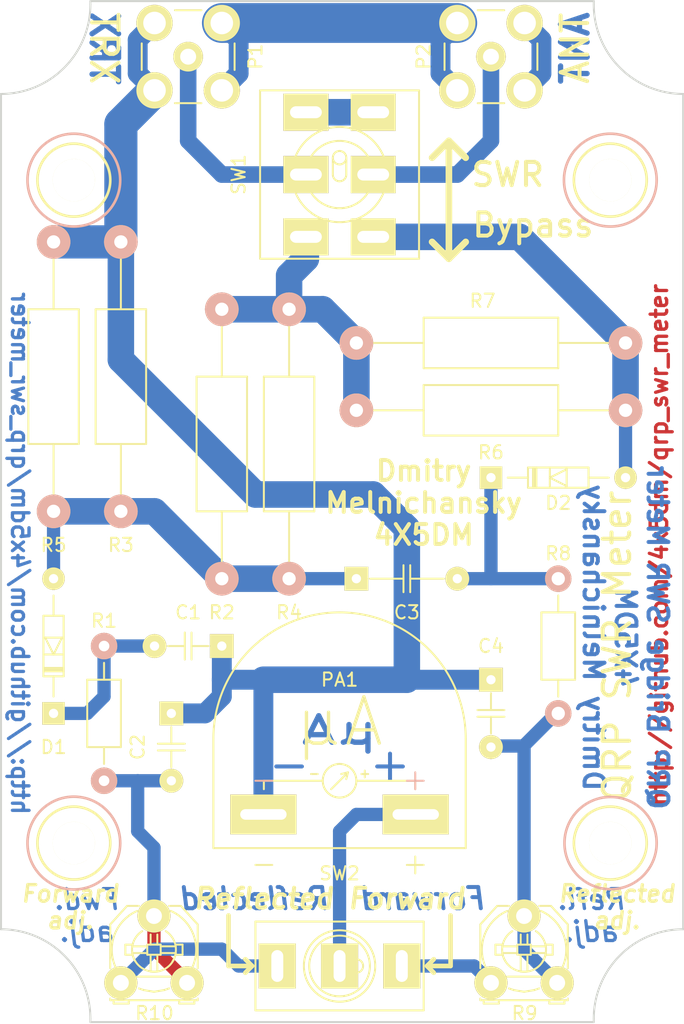
<source format=kicad_pcb>
(kicad_pcb (version 4) (host pcbnew 4.0.4-stable)

  (general
    (links 41)
    (no_connects 2)
    (area 117.874999 65.584999 169.525001 142.735001)
    (thickness 1.6)
    (drawings 86)
    (tracks 89)
    (zones 0)
    (modules 25)
    (nets 15)
  )

  (page A4)
  (title_block
    (title "QRP SWR Meter for Yaesu FT-817ND")
    (rev 1.0)
    (company 4X5DM)
  )

  (layers
    (0 F.Cu signal)
    (31 B.Cu signal)
    (32 B.Adhes user)
    (33 F.Adhes user)
    (34 B.Paste user)
    (35 F.Paste user)
    (36 B.SilkS user)
    (37 F.SilkS user)
    (38 B.Mask user)
    (39 F.Mask user)
    (40 Dwgs.User user)
    (41 Cmts.User user)
    (42 Eco1.User user)
    (43 Eco2.User user)
    (44 Edge.Cuts user)
    (45 Margin user)
    (46 B.CrtYd user)
    (47 F.CrtYd user)
    (48 B.Fab user)
    (49 F.Fab user)
  )

  (setup
    (last_trace_width 0.25)
    (user_trace_width 0.5)
    (user_trace_width 0.75)
    (user_trace_width 1)
    (user_trace_width 1.25)
    (user_trace_width 1.5)
    (user_trace_width 2)
    (user_trace_width 2.5)
    (user_trace_width 3)
    (trace_clearance 0.2)
    (zone_clearance 0.35)
    (zone_45_only yes)
    (trace_min 0.2)
    (segment_width 0.5)
    (edge_width 0.15)
    (via_size 0.6)
    (via_drill 0.4)
    (via_min_size 0.4)
    (via_min_drill 0.3)
    (user_via 0.4 0.3)
    (user_via 0.5 0.3)
    (uvia_size 0.3)
    (uvia_drill 0.1)
    (uvias_allowed no)
    (uvia_min_size 0.2)
    (uvia_min_drill 0.1)
    (pcb_text_width 0.25)
    (pcb_text_size 1.5 1.5)
    (mod_edge_width 0.15)
    (mod_text_size 1 1)
    (mod_text_width 0.15)
    (pad_size 3.2 3.2)
    (pad_drill 3.2)
    (pad_to_mask_clearance 0.2)
    (aux_axis_origin 0 0)
    (visible_elements 7FFFFFFF)
    (pcbplotparams
      (layerselection 0x010f0_80000001)
      (usegerberextensions false)
      (excludeedgelayer false)
      (linewidth 0.100000)
      (plotframeref false)
      (viasonmask false)
      (mode 1)
      (useauxorigin false)
      (hpglpennumber 1)
      (hpglpenspeed 20)
      (hpglpendiameter 15)
      (hpglpenoverlay 2)
      (psnegative false)
      (psa4output false)
      (plotreference true)
      (plotvalue false)
      (plotinvisibletext false)
      (padsonsilk true)
      (subtractmaskfromsilk false)
      (outputformat 1)
      (mirror false)
      (drillshape 0)
      (scaleselection 1)
      (outputdirectory gerbers))
  )

  (net 0 "")
  (net 1 GNDREF)
  (net 2 "Net-(C1-Pad2)")
  (net 3 "Net-(C2-Pad2)")
  (net 4 "Net-(C3-Pad1)")
  (net 5 "Net-(C4-Pad2)")
  (net 6 "Net-(P1-Pad1)")
  (net 7 "Net-(P2-Pad1)")
  (net 8 "Net-(SW1-Pad1)")
  (net 9 "Net-(PA1-Pad1)")
  (net 10 "Net-(R2-Pad1)")
  (net 11 "Net-(C3-Pad2)")
  (net 12 "Net-(D2-Pad2)")
  (net 13 "Net-(R9-Pad1)")
  (net 14 "Net-(R10-Pad1)")

  (net_class Default "This is the default net class."
    (clearance 0.2)
    (trace_width 0.25)
    (via_dia 0.6)
    (via_drill 0.4)
    (uvia_dia 0.3)
    (uvia_drill 0.1)
    (add_net GNDREF)
    (add_net "Net-(C1-Pad2)")
    (add_net "Net-(C2-Pad2)")
    (add_net "Net-(C3-Pad1)")
    (add_net "Net-(C3-Pad2)")
    (add_net "Net-(C4-Pad2)")
    (add_net "Net-(D2-Pad2)")
    (add_net "Net-(P1-Pad1)")
    (add_net "Net-(P2-Pad1)")
    (add_net "Net-(PA1-Pad1)")
    (add_net "Net-(R10-Pad1)")
    (add_net "Net-(R2-Pad1)")
    (add_net "Net-(R9-Pad1)")
    (add_net "Net-(SW1-Pad1)")
  )

  (module custom_kicad_footprints:Microampermeter (layer F.Cu) (tedit 57C70BA4) (tstamp 57ADED1D)
    (at 143.51 127)
    (path /57ADF987)
    (fp_text reference PA1 (at 0 -10.16) (layer F.SilkS)
      (effects (font (size 1 1) (thickness 0.15)))
    )
    (fp_text value "250uA, 1.2K" (at 0 -12.7) (layer F.Fab) hide
      (effects (font (size 1 1) (thickness 0.15)))
    )
    (fp_line (start 5.715 -3.175) (end 5.715 -1.905) (layer B.SilkS) (width 0.15))
    (fp_line (start 5.08 -2.54) (end 6.35 -2.54) (layer B.SilkS) (width 0.15))
    (fp_line (start -6.35 -2.54) (end -5.08 -2.54) (layer B.SilkS) (width 0.15))
    (fp_line (start -6.35 3.81) (end -5.08 3.81) (layer F.SilkS) (width 0.15))
    (fp_line (start 5.715 3.175) (end 5.715 4.445) (layer F.SilkS) (width 0.15))
    (fp_line (start 5.08 3.81) (end 6.35 3.81) (layer F.SilkS) (width 0.15))
    (fp_line (start -1.651 -3.048) (end -2.159 -3.048) (layer F.SilkS) (width 0.15))
    (fp_line (start 1.905 -3.302) (end 1.905 -2.794) (layer F.SilkS) (width 0.15))
    (fp_line (start 1.651 -3.048) (end 2.159 -3.048) (layer F.SilkS) (width 0.15))
    (fp_line (start -5.715 -2.54) (end -5.715 -1.905) (layer F.SilkS) (width 0.15))
    (fp_line (start -1.27 -2.54) (end -5.715 -2.54) (layer F.SilkS) (width 0.15))
    (fp_line (start 1.27 -2.54) (end 5.715 -2.54) (layer F.SilkS) (width 0.15))
    (fp_line (start 5.715 -2.54) (end 5.715 -1.905) (layer F.SilkS) (width 0.15))
    (fp_line (start 0.635 -3.175) (end 0.508 -2.667) (layer F.SilkS) (width 0.15))
    (fp_line (start 0.635 -3.175) (end 0.127 -3.048) (layer F.SilkS) (width 0.15))
    (fp_line (start -0.635 -1.905) (end 0.635 -3.175) (layer F.SilkS) (width 0.15))
    (fp_circle (center 0 -2.54) (end 1.27 -2.54) (layer F.SilkS) (width 0.15))
    (fp_line (start -20 5.08) (end -20 -35.08) (layer F.CrtYd) (width 0.15))
    (fp_line (start -20 -35.08) (end 20 -35.08) (layer F.CrtYd) (width 0.15))
    (fp_line (start 20 5.08) (end 20 -35.08) (layer F.CrtYd) (width 0.15))
    (fp_line (start -20 5.08) (end 20 5.08) (layer F.CrtYd) (width 0.15))
    (fp_line (start -9.525 2.54) (end -9.525 -5.715) (layer F.SilkS) (width 0.15))
    (fp_line (start 9.525 -5.715) (end 9.525 2.54) (layer F.SilkS) (width 0.15))
    (fp_arc (start 0 -5.715) (end -9.525 -5.715) (angle 90) (layer F.SilkS) (width 0.15))
    (fp_arc (start 0 -5.715) (end 0 -15.24) (angle 90) (layer F.SilkS) (width 0.15))
    (fp_line (start -9.525 2.54) (end 9.525 2.54) (layer F.SilkS) (width 0.15))
    (fp_text user μA (at 0 -6.985) (layer F.SilkS)
      (effects (font (size 3.5 3.5) (thickness 0.25)))
    )
    (pad 2 thru_hole rect (at -5.75 0) (size 5 3) (drill oval 3.5 0.8) (layers *.Cu *.Mask F.SilkS)
      (net 1 GNDREF))
    (pad 1 thru_hole rect (at 5.75 0) (size 5 3) (drill oval 3.5 0.8) (layers *.Cu *.Mask F.SilkS)
      (net 9 "Net-(PA1-Pad1)"))
  )

  (module Mounting_Holes:MountingHole_3.2mm_M3 locked (layer F.Cu) (tedit 57C45CE5) (tstamp 57C57873)
    (at 163.95 79.16)
    (descr "Mounting Hole 3.2mm, no annular, M3")
    (tags "mounting hole 3.2mm no annular m3")
    (fp_text reference MH3 (at 0 -4.2) (layer F.SilkS) hide
      (effects (font (size 1 1) (thickness 0.15)))
    )
    (fp_text value MH_3.2mm_M3 (at 0 4.2) (layer F.Fab) hide
      (effects (font (size 1 1) (thickness 0.15)))
    )
    (fp_circle (center 0 0) (end 3.2 0) (layer Cmts.User) (width 0.15))
    (fp_circle (center 0 0) (end 3.45 0) (layer F.CrtYd) (width 0.05))
    (pad 1 np_thru_hole circle (at 0 0) (size 3.2 3.2) (drill 3.2) (layers *.Cu *.Mask F.SilkS))
  )

  (module Mounting_Holes:MountingHole_3.2mm_M3 locked (layer F.Cu) (tedit 57C45CFE) (tstamp 57C57879)
    (at 123.45 79.16)
    (descr "Mounting Hole 3.2mm, no annular, M3")
    (tags "mounting hole 3.2mm no annular m3")
    (fp_text reference MH4 (at 0 -4.2) (layer F.SilkS) hide
      (effects (font (size 1 1) (thickness 0.15)))
    )
    (fp_text value MH_3.2mm_M3 (at 0 4.2) (layer F.Fab) hide
      (effects (font (size 1 1) (thickness 0.15)))
    )
    (fp_circle (center 0 0) (end 3.2 0) (layer Cmts.User) (width 0.15))
    (fp_circle (center 0 0) (end 3.45 0) (layer F.CrtYd) (width 0.05))
    (pad 1 np_thru_hole circle (at 0 0) (size 3.2 3.2) (drill 3.2) (layers *.Cu *.Mask F.SilkS))
  )

  (module Mounting_Holes:MountingHole_3.2mm_M3 locked (layer F.Cu) (tedit 57C45CC1) (tstamp 57C5786C)
    (at 123.45 129.16)
    (descr "Mounting Hole 3.2mm, no annular, M3")
    (tags "mounting hole 3.2mm no annular m3")
    (fp_text reference MH1 (at 0 -4.2) (layer F.SilkS) hide
      (effects (font (size 1 1) (thickness 0.15)))
    )
    (fp_text value MH_3.2mm_M3 (at 0 4.2) (layer F.Fab) hide
      (effects (font (size 1 1) (thickness 0.15)))
    )
    (fp_circle (center 0 0) (end 3.2 0) (layer Cmts.User) (width 0.15))
    (fp_circle (center 0 0) (end 3.45 0) (layer F.CrtYd) (width 0.05))
    (pad 1 np_thru_hole circle (at 0 0) (size 3.2 3.2) (drill 3.2) (layers *.Cu *.Mask F.SilkS))
  )

  (module Resistors_ThroughHole:Resistor_Horizontal_RM10mm (layer F.Cu) (tedit 57BDDD04) (tstamp 57A9FB5F)
    (at 125.73 114.3 270)
    (descr "Resistor, Axial,  RM 10mm, 1/3W")
    (tags "Resistor Axial RM 10mm 1/3W")
    (path /57A5006B)
    (fp_text reference R1 (at -1.905 0 360) (layer F.SilkS)
      (effects (font (size 1 1) (thickness 0.15)))
    )
    (fp_text value 10K (at 5.08 0 270) (layer F.Fab)
      (effects (font (size 1 1) (thickness 0.15)))
    )
    (fp_line (start -1.25 -1.5) (end 11.4 -1.5) (layer F.CrtYd) (width 0.05))
    (fp_line (start -1.25 1.5) (end -1.25 -1.5) (layer F.CrtYd) (width 0.05))
    (fp_line (start 11.4 -1.5) (end 11.4 1.5) (layer F.CrtYd) (width 0.05))
    (fp_line (start -1.25 1.5) (end 11.4 1.5) (layer F.CrtYd) (width 0.05))
    (fp_line (start 2.54 -1.27) (end 7.62 -1.27) (layer F.SilkS) (width 0.15))
    (fp_line (start 7.62 -1.27) (end 7.62 1.27) (layer F.SilkS) (width 0.15))
    (fp_line (start 7.62 1.27) (end 2.54 1.27) (layer F.SilkS) (width 0.15))
    (fp_line (start 2.54 1.27) (end 2.54 -1.27) (layer F.SilkS) (width 0.15))
    (fp_line (start 2.54 0) (end 1.27 0) (layer F.SilkS) (width 0.15))
    (fp_line (start 7.62 0) (end 8.89 0) (layer F.SilkS) (width 0.15))
    (pad 1 thru_hole circle (at 0 0 270) (size 2 2) (drill 0.8) (layers *.Cu *.SilkS *.Mask)
      (net 2 "Net-(C1-Pad2)"))
    (pad 2 thru_hole circle (at 10.16 0 270) (size 2 2) (drill 0.8) (layers *.Cu *.SilkS *.Mask)
      (net 3 "Net-(C2-Pad2)"))
    (model Resistors_ThroughHole.3dshapes/Resistor_Horizontal_RM10mm.wrl
      (at (xyz 0.2 0 0))
      (scale (xyz 0.4 0.4 0.4))
      (rotate (xyz 0 0 0))
    )
  )

  (module Resistors_ThroughHole:Resistor_Horizontal_RM10mm (layer F.Cu) (tedit 57BDDB68) (tstamp 57C28D8A)
    (at 160.02 109.22 270)
    (descr "Resistor, Axial,  RM 10mm, 1/3W")
    (tags "Resistor Axial RM 10mm 1/3W")
    (path /57A4FFD9)
    (fp_text reference R8 (at -1.905 0 360) (layer F.SilkS)
      (effects (font (size 1 1) (thickness 0.15)))
    )
    (fp_text value 10K (at 5.08 0 270) (layer F.Fab)
      (effects (font (size 1 1) (thickness 0.15)))
    )
    (fp_line (start -1.25 -1.5) (end 11.4 -1.5) (layer F.CrtYd) (width 0.05))
    (fp_line (start -1.25 1.5) (end -1.25 -1.5) (layer F.CrtYd) (width 0.05))
    (fp_line (start 11.4 -1.5) (end 11.4 1.5) (layer F.CrtYd) (width 0.05))
    (fp_line (start -1.25 1.5) (end 11.4 1.5) (layer F.CrtYd) (width 0.05))
    (fp_line (start 2.54 -1.27) (end 7.62 -1.27) (layer F.SilkS) (width 0.15))
    (fp_line (start 7.62 -1.27) (end 7.62 1.27) (layer F.SilkS) (width 0.15))
    (fp_line (start 7.62 1.27) (end 2.54 1.27) (layer F.SilkS) (width 0.15))
    (fp_line (start 2.54 1.27) (end 2.54 -1.27) (layer F.SilkS) (width 0.15))
    (fp_line (start 2.54 0) (end 1.27 0) (layer F.SilkS) (width 0.15))
    (fp_line (start 7.62 0) (end 8.89 0) (layer F.SilkS) (width 0.15))
    (pad 1 thru_hole circle (at 0 0 270) (size 1.99898 1.99898) (drill 1.00076) (layers *.Cu *.SilkS *.Mask)
      (net 11 "Net-(C3-Pad2)"))
    (pad 2 thru_hole circle (at 10.16 0 270) (size 1.99898 1.99898) (drill 1.00076) (layers *.Cu *.SilkS *.Mask)
      (net 5 "Net-(C4-Pad2)"))
    (model Resistors_ThroughHole.3dshapes/Resistor_Horizontal_RM10mm.wrl
      (at (xyz 0.2 0 0))
      (scale (xyz 0.4 0.4 0.4))
      (rotate (xyz 0 0 0))
    )
  )

  (module Potentiometers:Potentiometer_Triwood_RM-065 (layer F.Cu) (tedit 57C715F9) (tstamp 57C60541)
    (at 154.94 139.7)
    (descr "Potentiometer, Trimmer, RM-065")
    (tags "Potentiometer, Trimmer, RM-065")
    (path /57BDC1B7)
    (fp_text reference R9 (at 2.54 2.286 180) (layer F.SilkS)
      (effects (font (size 1 1) (thickness 0.15)))
    )
    (fp_text value 47K (at 2.54 1.905) (layer F.Fab)
      (effects (font (size 1 1) (thickness 0.15)))
    )
    (fp_line (start 2.24536 -2.88036) (end 2.24536 -3.64236) (layer F.SilkS) (width 0.15))
    (fp_line (start 2.75336 -2.88036) (end 2.75336 -3.64236) (layer F.SilkS) (width 0.15))
    (fp_arc (start 2.49936 -2.49936) (end 4.15036 -2.24536) (angle 90) (layer F.SilkS) (width 0.15))
    (fp_arc (start 2.49936 -2.49936) (end 2.62636 -0.84836) (angle 90) (layer F.SilkS) (width 0.15))
    (fp_arc (start 2.49936 -2.49936) (end 3.38836 -3.89636) (angle 90) (layer F.SilkS) (width 0.15))
    (fp_arc (start 2.49936 -2.49936) (end 1.10236 -1.61036) (angle 90) (layer F.SilkS) (width 0.15))
    (fp_line (start -0.80264 1.31064) (end -0.80264 1.18364) (layer F.SilkS) (width 0.15))
    (fp_line (start -0.80264 -2.49936) (end -0.80264 -1.10236) (layer F.SilkS) (width 0.15))
    (fp_line (start 5.80136 1.31064) (end 5.80136 1.18364) (layer F.SilkS) (width 0.15))
    (fp_line (start 5.80136 -2.49936) (end 5.80136 -1.10236) (layer F.SilkS) (width 0.15))
    (fp_line (start 1.35636 0.42164) (end 1.73736 0.54864) (layer F.SilkS) (width 0.15))
    (fp_line (start 1.73736 0.54864) (end 2.49936 0.67564) (layer F.SilkS) (width 0.15))
    (fp_line (start 2.49936 0.67564) (end 3.26136 0.54864) (layer F.SilkS) (width 0.15))
    (fp_line (start 3.26136 0.54864) (end 3.64236 0.42164) (layer F.SilkS) (width 0.15))
    (fp_line (start 1.22936 -0.46736) (end 3.76936 -0.46736) (layer F.SilkS) (width 0.15))
    (fp_arc (start 2.49936 -2.49936) (end 3.76936 -5.42036) (angle 90) (layer F.SilkS) (width 0.15))
    (fp_arc (start 2.49936 -2.49936) (end -0.42164 -1.22936) (angle 90) (layer F.SilkS) (width 0.15))
    (fp_line (start 4.53136 -5.80136) (end 3.64236 -5.80136) (layer F.SilkS) (width 0.15))
    (fp_line (start 1.35636 -5.80136) (end 0.46736 -5.80136) (layer F.SilkS) (width 0.15))
    (fp_line (start 4.15036 -2.88036) (end 4.65836 -2.88036) (layer F.SilkS) (width 0.15))
    (fp_line (start 4.65836 -2.88036) (end 4.65836 -2.11836) (layer F.SilkS) (width 0.15))
    (fp_line (start 4.65836 -2.11836) (end 4.15036 -2.11836) (layer F.SilkS) (width 0.15))
    (fp_line (start 0.84836 -2.88036) (end 0.34036 -2.88036) (layer F.SilkS) (width 0.15))
    (fp_line (start 0.34036 -2.88036) (end 0.34036 -2.11836) (layer F.SilkS) (width 0.15))
    (fp_line (start 0.34036 -2.11836) (end 0.84836 -2.11836) (layer F.SilkS) (width 0.15))
    (fp_line (start 3.00736 -2.24536) (end 4.15036 -2.24536) (layer F.SilkS) (width 0.15))
    (fp_line (start 3.00736 -2.75336) (end 4.15036 -2.75336) (layer F.SilkS) (width 0.15))
    (fp_line (start 1.99136 -2.24536) (end 0.84836 -2.24536) (layer F.SilkS) (width 0.15))
    (fp_line (start 1.99136 -2.75336) (end 0.84836 -2.75336) (layer F.SilkS) (width 0.15))
    (fp_line (start 2.75336 -2.11836) (end 2.75336 -0.84836) (layer F.SilkS) (width 0.15))
    (fp_line (start 2.24536 -2.11836) (end 2.24536 -0.84836) (layer F.SilkS) (width 0.15))
    (fp_line (start 1.99136 -2.88036) (end 1.99136 -2.11836) (layer F.SilkS) (width 0.15))
    (fp_line (start 1.99136 -2.11836) (end 3.00736 -2.11836) (layer F.SilkS) (width 0.15))
    (fp_line (start 3.00736 -2.11836) (end 3.00736 -2.88036) (layer F.SilkS) (width 0.15))
    (fp_line (start 3.00736 -2.88036) (end 1.99136 -2.88036) (layer F.SilkS) (width 0.15))
    (fp_line (start 0.46736 -5.80136) (end -0.80264 -4.40436) (layer F.SilkS) (width 0.15))
    (fp_line (start -0.80264 -4.40436) (end -0.80264 -2.49936) (layer F.SilkS) (width 0.15))
    (fp_line (start 4.53136 -5.80136) (end 5.80136 -4.40436) (layer F.SilkS) (width 0.15))
    (fp_line (start 5.80136 -4.40436) (end 5.80136 -2.49936) (layer F.SilkS) (width 0.15))
    (fp_line (start 5.54736 1.31064) (end 5.54736 1.56464) (layer F.SilkS) (width 0.15))
    (fp_line (start 5.54736 1.56464) (end 4.40436 1.56464) (layer F.SilkS) (width 0.15))
    (fp_line (start 4.40436 1.56464) (end 4.40436 1.31064) (layer F.SilkS) (width 0.15))
    (fp_line (start -0.54864 1.31064) (end -0.54864 1.56464) (layer F.SilkS) (width 0.15))
    (fp_line (start -0.54864 1.56464) (end 0.59436 1.56464) (layer F.SilkS) (width 0.15))
    (fp_line (start 0.59436 1.56464) (end 0.59436 1.31064) (layer F.SilkS) (width 0.15))
    (fp_line (start -0.80264 1.31064) (end 5.80136 1.31064) (layer F.SilkS) (width 0.15))
    (pad 2 thru_hole circle (at 2.49936 -5.03936) (size 2.49936 2.49936) (drill 1.19888) (layers *.Cu *.Mask F.SilkS)
      (net 5 "Net-(C4-Pad2)"))
    (pad 3 thru_hole circle (at 4.99872 0) (size 2.49936 2.49936) (drill 1.19888) (layers *.Cu *.Mask F.SilkS)
      (net 5 "Net-(C4-Pad2)"))
    (pad 1 thru_hole circle (at 0 0) (size 2.49936 2.49936) (drill 1.19888) (layers *.Cu *.Mask F.SilkS)
      (net 13 "Net-(R9-Pad1)"))
    (model Potentiometers.3dshapes/Potentiometer_Triwood_RM-065.wrl
      (at (xyz 0 0 0))
      (scale (xyz 4 4 4))
      (rotate (xyz 0 0 0))
    )
  )

  (module Potentiometers:Potentiometer_Triwood_RM-065 (layer F.Cu) (tedit 57C71607) (tstamp 57C60575)
    (at 127 139.7)
    (descr "Potentiometer, Trimmer, RM-065")
    (tags "Potentiometer, Trimmer, RM-065")
    (path /57BDC276)
    (fp_text reference R10 (at 2.54 2.286 180) (layer F.SilkS)
      (effects (font (size 1 1) (thickness 0.15)))
    )
    (fp_text value 47K (at 2.54 1.905) (layer F.Fab)
      (effects (font (size 1 1) (thickness 0.15)))
    )
    (fp_line (start 2.24536 -2.88036) (end 2.24536 -3.64236) (layer F.SilkS) (width 0.15))
    (fp_line (start 2.75336 -2.88036) (end 2.75336 -3.64236) (layer F.SilkS) (width 0.15))
    (fp_arc (start 2.49936 -2.49936) (end 4.15036 -2.24536) (angle 90) (layer F.SilkS) (width 0.15))
    (fp_arc (start 2.49936 -2.49936) (end 2.62636 -0.84836) (angle 90) (layer F.SilkS) (width 0.15))
    (fp_arc (start 2.49936 -2.49936) (end 3.38836 -3.89636) (angle 90) (layer F.SilkS) (width 0.15))
    (fp_arc (start 2.49936 -2.49936) (end 1.10236 -1.61036) (angle 90) (layer F.SilkS) (width 0.15))
    (fp_line (start -0.80264 1.31064) (end -0.80264 1.18364) (layer F.SilkS) (width 0.15))
    (fp_line (start -0.80264 -2.49936) (end -0.80264 -1.10236) (layer F.SilkS) (width 0.15))
    (fp_line (start 5.80136 1.31064) (end 5.80136 1.18364) (layer F.SilkS) (width 0.15))
    (fp_line (start 5.80136 -2.49936) (end 5.80136 -1.10236) (layer F.SilkS) (width 0.15))
    (fp_line (start 1.35636 0.42164) (end 1.73736 0.54864) (layer F.SilkS) (width 0.15))
    (fp_line (start 1.73736 0.54864) (end 2.49936 0.67564) (layer F.SilkS) (width 0.15))
    (fp_line (start 2.49936 0.67564) (end 3.26136 0.54864) (layer F.SilkS) (width 0.15))
    (fp_line (start 3.26136 0.54864) (end 3.64236 0.42164) (layer F.SilkS) (width 0.15))
    (fp_line (start 1.22936 -0.46736) (end 3.76936 -0.46736) (layer F.SilkS) (width 0.15))
    (fp_arc (start 2.49936 -2.49936) (end 3.76936 -5.42036) (angle 90) (layer F.SilkS) (width 0.15))
    (fp_arc (start 2.49936 -2.49936) (end -0.42164 -1.22936) (angle 90) (layer F.SilkS) (width 0.15))
    (fp_line (start 4.53136 -5.80136) (end 3.64236 -5.80136) (layer F.SilkS) (width 0.15))
    (fp_line (start 1.35636 -5.80136) (end 0.46736 -5.80136) (layer F.SilkS) (width 0.15))
    (fp_line (start 4.15036 -2.88036) (end 4.65836 -2.88036) (layer F.SilkS) (width 0.15))
    (fp_line (start 4.65836 -2.88036) (end 4.65836 -2.11836) (layer F.SilkS) (width 0.15))
    (fp_line (start 4.65836 -2.11836) (end 4.15036 -2.11836) (layer F.SilkS) (width 0.15))
    (fp_line (start 0.84836 -2.88036) (end 0.34036 -2.88036) (layer F.SilkS) (width 0.15))
    (fp_line (start 0.34036 -2.88036) (end 0.34036 -2.11836) (layer F.SilkS) (width 0.15))
    (fp_line (start 0.34036 -2.11836) (end 0.84836 -2.11836) (layer F.SilkS) (width 0.15))
    (fp_line (start 3.00736 -2.24536) (end 4.15036 -2.24536) (layer F.SilkS) (width 0.15))
    (fp_line (start 3.00736 -2.75336) (end 4.15036 -2.75336) (layer F.SilkS) (width 0.15))
    (fp_line (start 1.99136 -2.24536) (end 0.84836 -2.24536) (layer F.SilkS) (width 0.15))
    (fp_line (start 1.99136 -2.75336) (end 0.84836 -2.75336) (layer F.SilkS) (width 0.15))
    (fp_line (start 2.75336 -2.11836) (end 2.75336 -0.84836) (layer F.SilkS) (width 0.15))
    (fp_line (start 2.24536 -2.11836) (end 2.24536 -0.84836) (layer F.SilkS) (width 0.15))
    (fp_line (start 1.99136 -2.88036) (end 1.99136 -2.11836) (layer F.SilkS) (width 0.15))
    (fp_line (start 1.99136 -2.11836) (end 3.00736 -2.11836) (layer F.SilkS) (width 0.15))
    (fp_line (start 3.00736 -2.11836) (end 3.00736 -2.88036) (layer F.SilkS) (width 0.15))
    (fp_line (start 3.00736 -2.88036) (end 1.99136 -2.88036) (layer F.SilkS) (width 0.15))
    (fp_line (start 0.46736 -5.80136) (end -0.80264 -4.40436) (layer F.SilkS) (width 0.15))
    (fp_line (start -0.80264 -4.40436) (end -0.80264 -2.49936) (layer F.SilkS) (width 0.15))
    (fp_line (start 4.53136 -5.80136) (end 5.80136 -4.40436) (layer F.SilkS) (width 0.15))
    (fp_line (start 5.80136 -4.40436) (end 5.80136 -2.49936) (layer F.SilkS) (width 0.15))
    (fp_line (start 5.54736 1.31064) (end 5.54736 1.56464) (layer F.SilkS) (width 0.15))
    (fp_line (start 5.54736 1.56464) (end 4.40436 1.56464) (layer F.SilkS) (width 0.15))
    (fp_line (start 4.40436 1.56464) (end 4.40436 1.31064) (layer F.SilkS) (width 0.15))
    (fp_line (start -0.54864 1.31064) (end -0.54864 1.56464) (layer F.SilkS) (width 0.15))
    (fp_line (start -0.54864 1.56464) (end 0.59436 1.56464) (layer F.SilkS) (width 0.15))
    (fp_line (start 0.59436 1.56464) (end 0.59436 1.31064) (layer F.SilkS) (width 0.15))
    (fp_line (start -0.80264 1.31064) (end 5.80136 1.31064) (layer F.SilkS) (width 0.15))
    (pad 2 thru_hole circle (at 2.49936 -5.03936) (size 2.49936 2.49936) (drill 1.19888) (layers *.Cu *.Mask F.SilkS)
      (net 3 "Net-(C2-Pad2)"))
    (pad 3 thru_hole circle (at 4.99872 0) (size 2.49936 2.49936) (drill 1.19888) (layers *.Cu *.Mask F.SilkS)
      (net 3 "Net-(C2-Pad2)"))
    (pad 1 thru_hole circle (at 0 0) (size 2.49936 2.49936) (drill 1.19888) (layers *.Cu *.Mask F.SilkS)
      (net 14 "Net-(R10-Pad1)"))
    (model Potentiometers.3dshapes/Potentiometer_Triwood_RM-065.wrl
      (at (xyz 0 0 0))
      (scale (xyz 4 4 4))
      (rotate (xyz 0 0 0))
    )
  )

  (module Connect:SMB_Straight (layer F.Cu) (tedit 57C70AA3) (tstamp 57C3239F)
    (at 132.08 69.85 270)
    (descr "SMB pcb mounting jack")
    (tags "SMB Jack  Striaght")
    (path /57A53196)
    (fp_text reference P1 (at 0 -5.08 450) (layer F.SilkS)
      (effects (font (size 1 1) (thickness 0.15)))
    )
    (fp_text value BNC (at 0.25 0 270) (layer F.Fab)
      (effects (font (size 1 1) (thickness 0.15)))
    )
    (fp_line (start -4.25 -4.25) (end 4.25 -4.25) (layer B.CrtYd) (width 0.05))
    (fp_line (start 4.25 -4.25) (end 4.25 4.25) (layer B.CrtYd) (width 0.05))
    (fp_line (start 4.25 4.25) (end -4.25 4.25) (layer B.CrtYd) (width 0.05))
    (fp_line (start -4.25 4.25) (end -4.25 -4.25) (layer B.CrtYd) (width 0.05))
    (fp_line (start 4.25 4.25) (end -4.25 4.25) (layer F.CrtYd) (width 0.05))
    (fp_line (start -4.25 4.25) (end -4.25 -4.25) (layer F.CrtYd) (width 0.05))
    (fp_line (start 4.25 -4.25) (end 4.25 4.25) (layer F.CrtYd) (width 0.05))
    (fp_line (start -4.25 -4.25) (end 4.25 -4.25) (layer F.CrtYd) (width 0.05))
    (fp_line (start -1 -3.5052) (end 1 -3.5052) (layer F.SilkS) (width 0.15))
    (fp_line (start 3.5052 -1) (end 3.5052 1) (layer F.SilkS) (width 0.15))
    (fp_line (start 1 3.5052) (end -1 3.5052) (layer F.SilkS) (width 0.15))
    (fp_line (start -3.5052 1) (end -3.5052 -1) (layer F.SilkS) (width 0.15))
    (pad 2 thru_hole circle (at -2.54 2.54 270) (size 2.74 2.74) (drill 1.7) (layers *.Cu *.Mask F.SilkS)
      (net 1 GNDREF))
    (pad 2 thru_hole circle (at 2.54 2.54 270) (size 2.74 2.74) (drill 1.7) (layers *.Cu *.Mask F.SilkS)
      (net 1 GNDREF))
    (pad 2 thru_hole circle (at 2.54 -2.54 270) (size 2.74 2.74) (drill 1.7) (layers *.Cu *.Mask F.SilkS)
      (net 1 GNDREF))
    (pad 2 thru_hole circle (at -2.54 -2.54 270) (size 2.74 2.74) (drill 1.7) (layers *.Cu *.Mask F.SilkS)
      (net 1 GNDREF))
    (pad 1 thru_hole circle (at 0 0 270) (size 2.24 2.24) (drill 1.2) (layers *.Cu *.Mask F.SilkS)
      (net 6 "Net-(P1-Pad1)"))
    (model Connect.3dshapes/SMB_Straight.wrl
      (at (xyz 0 0 0))
      (scale (xyz 1 1 1))
      (rotate (xyz 0 0 0))
    )
  )

  (module Mounting_Holes:MountingHole_3.2mm_M3 locked (layer F.Cu) (tedit 57C45CC9) (tstamp 57C5784C)
    (at 163.95 129.16)
    (descr "Mounting Hole 3.2mm, no annular, M3")
    (tags "mounting hole 3.2mm no annular m3")
    (fp_text reference MH2 (at 0 -4.2) (layer F.SilkS) hide
      (effects (font (size 1 1) (thickness 0.15)))
    )
    (fp_text value MH_3.2mm_M3 (at 0 4.2) (layer F.Fab) hide
      (effects (font (size 1 1) (thickness 0.15)))
    )
    (fp_circle (center 0 0) (end 3.2 0) (layer Cmts.User) (width 0.15))
    (fp_circle (center 0 0) (end 3.45 0) (layer F.CrtYd) (width 0.05))
    (pad 1 np_thru_hole circle (at 0 0) (size 3.2 3.2) (drill 3.2) (layers *.Cu *.Mask F.SilkS))
  )

  (module Connect:SMB_Straight (layer F.Cu) (tedit 57C70AA8) (tstamp 57C46815)
    (at 154.94 69.85 270)
    (descr "SMB pcb mounting jack")
    (tags "SMB Jack  Striaght")
    (path /57A525C8)
    (fp_text reference P2 (at 0 5.08 450) (layer F.SilkS)
      (effects (font (size 1 1) (thickness 0.15)))
    )
    (fp_text value BNC (at 0.25 0 270) (layer F.Fab)
      (effects (font (size 1 1) (thickness 0.15)))
    )
    (fp_line (start -4.25 -4.25) (end 4.25 -4.25) (layer B.CrtYd) (width 0.05))
    (fp_line (start 4.25 -4.25) (end 4.25 4.25) (layer B.CrtYd) (width 0.05))
    (fp_line (start 4.25 4.25) (end -4.25 4.25) (layer B.CrtYd) (width 0.05))
    (fp_line (start -4.25 4.25) (end -4.25 -4.25) (layer B.CrtYd) (width 0.05))
    (fp_line (start 4.25 4.25) (end -4.25 4.25) (layer F.CrtYd) (width 0.05))
    (fp_line (start -4.25 4.25) (end -4.25 -4.25) (layer F.CrtYd) (width 0.05))
    (fp_line (start 4.25 -4.25) (end 4.25 4.25) (layer F.CrtYd) (width 0.05))
    (fp_line (start -4.25 -4.25) (end 4.25 -4.25) (layer F.CrtYd) (width 0.05))
    (fp_line (start -1 -3.5052) (end 1 -3.5052) (layer F.SilkS) (width 0.15))
    (fp_line (start 3.5052 -1) (end 3.5052 1) (layer F.SilkS) (width 0.15))
    (fp_line (start 1 3.5052) (end -1 3.5052) (layer F.SilkS) (width 0.15))
    (fp_line (start -3.5052 1) (end -3.5052 -1) (layer F.SilkS) (width 0.15))
    (pad 2 thru_hole circle (at -2.54 2.54 270) (size 2.74 2.74) (drill 1.7) (layers *.Cu *.Mask F.SilkS)
      (net 1 GNDREF))
    (pad 2 thru_hole circle (at 2.54 2.54 270) (size 2.74 2.74) (drill 1.7) (layers *.Cu *.Mask F.SilkS)
      (net 1 GNDREF))
    (pad 2 thru_hole circle (at 2.54 -2.54 270) (size 2.74 2.74) (drill 1.7) (layers *.Cu *.Mask F.SilkS)
      (net 1 GNDREF))
    (pad 2 thru_hole circle (at -2.54 -2.54 270) (size 2.74 2.74) (drill 1.7) (layers *.Cu *.Mask F.SilkS)
      (net 1 GNDREF))
    (pad 1 thru_hole circle (at 0 0 270) (size 2.24 2.24) (drill 1.2) (layers *.Cu *.Mask F.SilkS)
      (net 7 "Net-(P2-Pad1)"))
    (model Connect.3dshapes/SMB_Straight.wrl
      (at (xyz 0 0 0))
      (scale (xyz 1 1 1))
      (rotate (xyz 0 0 0))
    )
  )

  (module custom_kicad_footprints:Tumbler_SW (layer F.Cu) (tedit 57C71A0F) (tstamp 57C5AEAA)
    (at 143.51 138.43 180)
    (descr "Tumbler Switch x2")
    (tags "SWITCH DEV TOGGLE ILLUM SPDT")
    (path /57ADF93C)
    (fp_text reference SW2 (at 0 6.985 360) (layer F.SilkS)
      (effects (font (size 1 1) (thickness 0.15)))
    )
    (fp_text value "2 pos. switch" (at 0 -2.54 180) (layer F.Fab) hide
      (effects (font (size 1 1) (thickness 0.15)))
    )
    (fp_circle (center 0 0) (end 1.905 1.905) (layer F.SilkS) (width 0.15))
    (fp_circle (center 0 0) (end 1.905 1.27) (layer F.SilkS) (width 0.15))
    (fp_line (start 6.35 -3.35) (end 6.35 3.35) (layer F.SilkS) (width 0.15))
    (fp_line (start 6.35 3.35) (end -6.35 3.35) (layer F.SilkS) (width 0.15))
    (fp_line (start -6.35 3.35) (end -6.35 -3.35) (layer F.SilkS) (width 0.15))
    (fp_line (start -6.35 -3.35) (end 6.35 -3.35) (layer F.SilkS) (width 0.15))
    (fp_circle (center -1.27 0) (end -1.778 0) (layer F.SilkS) (width 0.15))
    (fp_line (start 0 0.508) (end -1.27 0.508) (layer F.SilkS) (width 0.15))
    (fp_line (start -1.27 -0.508) (end 0 -0.508) (layer F.SilkS) (width 0.15))
    (fp_arc (start 0 0) (end 0 -0.508) (angle 90) (layer F.SilkS) (width 0.15))
    (fp_arc (start 0 0) (end 0.508 0) (angle 90) (layer F.SilkS) (width 0.15))
    (pad 1 thru_hole rect (at -4.7 0 180) (size 2.8 3.4) (drill oval 0.9 2.4) (layers *.Cu *.Mask F.SilkS)
      (net 13 "Net-(R9-Pad1)"))
    (pad 2 thru_hole rect (at 0 0 180) (size 2.8 3.4) (drill oval 0.9 2.4) (layers *.Cu *.Mask F.SilkS)
      (net 9 "Net-(PA1-Pad1)"))
    (pad 3 thru_hole rect (at 4.7 0 180) (size 2.8 3.4) (drill oval 0.9 2.4) (layers *.Cu *.Mask F.SilkS)
      (net 14 "Net-(R10-Pad1)"))
    (model Buttons_Switches_ThroughHole.3dshapes/SW_NKK_G1xJP.wrl
      (at (xyz 0 0 0))
      (scale (xyz 0.63 0.44 0.55))
      (rotate (xyz 0 0 0))
    )
  )

  (module custom_kicad_footprints:Tumbler_SW_x2 (layer F.Cu) (tedit 57C5A983) (tstamp 57ADED1E)
    (at 143.51 78.74 270)
    (descr "Tumbler Switch x2")
    (tags "SWITCH DEV TOGGLE ILLUM SPDT")
    (path /57A4EDF0)
    (fp_text reference SW1 (at 0 7.62 270) (layer F.SilkS)
      (effects (font (size 1 1) (thickness 0.15)))
    )
    (fp_text value "Double switch" (at 0 -7.62 270) (layer F.Fab)
      (effects (font (size 1 1) (thickness 0.15)))
    )
    (fp_circle (center 0 0) (end 2.54 -2.54) (layer F.SilkS) (width 0.15))
    (fp_line (start 6.35 -6) (end 6.35 6) (layer F.SilkS) (width 0.15))
    (fp_line (start 6.35 6) (end -6.35 6) (layer F.SilkS) (width 0.15))
    (fp_line (start -6.35 6) (end -6.35 -6) (layer F.SilkS) (width 0.15))
    (fp_line (start -6.35 -6) (end 6.35 -6) (layer F.SilkS) (width 0.15))
    (fp_circle (center 0 0) (end 2.54 0) (layer F.SilkS) (width 0.15))
    (fp_circle (center -1.27 0) (end -1.778 0) (layer F.SilkS) (width 0.15))
    (fp_line (start 0 0.508) (end -1.27 0.508) (layer F.SilkS) (width 0.15))
    (fp_line (start -1.27 -0.508) (end 0 -0.508) (layer F.SilkS) (width 0.15))
    (fp_arc (start 0 0) (end 0 -0.508) (angle 90) (layer F.SilkS) (width 0.15))
    (fp_arc (start 0 0) (end 0.508 0) (angle 90) (layer F.SilkS) (width 0.15))
    (pad 1 thru_hole rect (at -4.7 2.54 270) (size 2.8 3.4) (drill oval 0.9 2.4) (layers *.Cu *.Mask F.SilkS)
      (net 8 "Net-(SW1-Pad1)"))
    (pad 2 thru_hole rect (at 0 2.54 270) (size 2.8 3.4) (drill oval 0.9 2.4) (layers *.Cu *.Mask F.SilkS)
      (net 6 "Net-(P1-Pad1)"))
    (pad 3 thru_hole rect (at 4.7 2.54 270) (size 2.8 3.4) (drill oval 0.9 2.4) (layers *.Cu *.Mask F.SilkS)
      (net 10 "Net-(R2-Pad1)"))
    (pad 4 thru_hole rect (at -4.7 -2.54 270) (size 2.8 3.4) (drill oval 0.9 2.4) (layers *.Cu *.Mask F.SilkS)
      (net 8 "Net-(SW1-Pad1)"))
    (pad 5 thru_hole rect (at 0 -2.54 270) (size 2.8 3.4) (drill oval 0.9 2.4) (layers *.Cu *.Mask F.SilkS)
      (net 7 "Net-(P2-Pad1)"))
    (pad 6 thru_hole rect (at 4.7 -2.54 270) (size 2.8 3.4) (drill oval 0.9 2.4) (layers *.Cu *.Mask F.SilkS)
      (net 12 "Net-(D2-Pad2)"))
    (model Buttons_Switches_ThroughHole.3dshapes/SW_NKK_G1xJP.wrl
      (at (xyz 0 0 0))
      (scale (xyz 0.63 0.77 0.55))
      (rotate (xyz 0 0 0))
    )
  )

  (module swr_meter_custom_lib:Capacitor_Disc_D6_P5 (layer F.Cu) (tedit 57C70B8D) (tstamp 57C7086F)
    (at 134.62 114.3 180)
    (descr "Capacitor 6mm Disc, Pitch 5mm")
    (tags Capacitor)
    (path /57A4FC5D)
    (fp_text reference C1 (at 2.54 2.54 180) (layer F.SilkS)
      (effects (font (size 1 1) (thickness 0.15)))
    )
    (fp_text value 2200pF (at 2.54 -2.54 180) (layer F.Fab)
      (effects (font (size 1 1) (thickness 0.15)))
    )
    (fp_line (start 2.794 0) (end 4.064 0) (layer F.SilkS) (width 0.15))
    (fp_line (start 2.794 -1.016) (end 2.794 1.016) (layer F.SilkS) (width 0.15))
    (fp_line (start 2.286 -1.016) (end 2.286 1.016) (layer F.SilkS) (width 0.15))
    (fp_line (start 1.016 0) (end 2.286 0) (layer F.SilkS) (width 0.15))
    (fp_line (start -0.95 -1.27) (end 5.95 -1.27) (layer F.CrtYd) (width 0.05))
    (fp_line (start 5.95 -1.27) (end 5.95 1.27) (layer F.CrtYd) (width 0.05))
    (fp_line (start 5.95 1.27) (end -0.95 1.27) (layer F.CrtYd) (width 0.05))
    (fp_line (start -0.95 1.27) (end -0.95 -1.27) (layer F.CrtYd) (width 0.05))
    (pad 1 thru_hole rect (at 0 0 180) (size 1.8 1.8) (drill 0.7) (layers *.Cu *.Mask F.SilkS)
      (net 1 GNDREF))
    (pad 2 thru_hole circle (at 5.08 0 180) (size 1.8 1.8) (drill 0.7) (layers *.Cu *.Mask F.SilkS)
      (net 2 "Net-(C1-Pad2)"))
    (model Capacitors_ThroughHole.3dshapes/C_Disc_D6_P5.wrl
      (at (xyz 0.0984252 0 0))
      (scale (xyz 1 1 1))
      (rotate (xyz 0 0 0))
    )
  )

  (module swr_meter_custom_lib:Capacitor_Disc_D6_P5 (layer F.Cu) (tedit 57C70C04) (tstamp 57C70874)
    (at 130.81 119.38 270)
    (descr "Capacitor 6mm Disc, Pitch 5mm")
    (tags Capacitor)
    (path /57A4FEA9)
    (fp_text reference C2 (at 2.54 2.54 450) (layer F.SilkS)
      (effects (font (size 1 1) (thickness 0.15)))
    )
    (fp_text value 0.01uF (at 2.54 -1.905 270) (layer F.Fab)
      (effects (font (size 1 1) (thickness 0.15)))
    )
    (fp_line (start 2.794 0) (end 4.064 0) (layer F.SilkS) (width 0.15))
    (fp_line (start 2.794 -1.016) (end 2.794 1.016) (layer F.SilkS) (width 0.15))
    (fp_line (start 2.286 -1.016) (end 2.286 1.016) (layer F.SilkS) (width 0.15))
    (fp_line (start 1.016 0) (end 2.286 0) (layer F.SilkS) (width 0.15))
    (fp_line (start -0.95 -1.27) (end 5.95 -1.27) (layer F.CrtYd) (width 0.05))
    (fp_line (start 5.95 -1.27) (end 5.95 1.27) (layer F.CrtYd) (width 0.05))
    (fp_line (start 5.95 1.27) (end -0.95 1.27) (layer F.CrtYd) (width 0.05))
    (fp_line (start -0.95 1.27) (end -0.95 -1.27) (layer F.CrtYd) (width 0.05))
    (pad 1 thru_hole rect (at 0 0 270) (size 1.8 1.8) (drill 0.7) (layers *.Cu *.Mask F.SilkS)
      (net 1 GNDREF))
    (pad 2 thru_hole circle (at 5.08 0 270) (size 1.8 1.8) (drill 0.7) (layers *.Cu *.Mask F.SilkS)
      (net 3 "Net-(C2-Pad2)"))
    (model Capacitors_ThroughHole.3dshapes/C_Disc_D6_P5.wrl
      (at (xyz 0.0984252 0 0))
      (scale (xyz 1 1 1))
      (rotate (xyz 0 0 0))
    )
  )

  (module custom_kicad_footprints:Capacitor_Disc_D6_P7.5 (layer F.Cu) (tedit 57C717D3) (tstamp 57C70879)
    (at 148.59 109.22)
    (descr "Capacitor 6mm Disc, Pitch 7.5mm")
    (tags Capacitor)
    (path /57A4FE58)
    (fp_text reference C3 (at 0 2.54) (layer F.SilkS)
      (effects (font (size 1 1) (thickness 0.15)))
    )
    (fp_text value 2200pF (at 4.445 2.54) (layer F.Fab)
      (effects (font (size 1 1) (thickness 0.15)))
    )
    (fp_line (start -0.254 0) (end -2.794 0) (layer F.SilkS) (width 0.15))
    (fp_line (start 0.254 0) (end 2.794 0) (layer F.SilkS) (width 0.15))
    (fp_line (start 0.254 -1.016) (end 0.254 1.016) (layer F.SilkS) (width 0.15))
    (fp_line (start -0.254 -1.016) (end -0.254 1.016) (layer F.SilkS) (width 0.15))
    (fp_line (start -4.76 -1.27) (end 4.68 -1.27) (layer F.CrtYd) (width 0.05))
    (fp_line (start 4.68 -1.27) (end 4.68 1.27) (layer F.CrtYd) (width 0.05))
    (fp_line (start 4.68 1.27) (end -4.76 1.27) (layer F.CrtYd) (width 0.05))
    (fp_line (start -4.76 1.27) (end -4.76 -1.27) (layer F.CrtYd) (width 0.05))
    (pad 1 thru_hole rect (at -3.81 0) (size 1.8 1.8) (drill 0.7) (layers *.Cu *.Mask F.SilkS)
      (net 4 "Net-(C3-Pad1)"))
    (pad 2 thru_hole circle (at 3.81 0) (size 1.8 1.8) (drill 0.7) (layers *.Cu *.Mask F.SilkS)
      (net 11 "Net-(C3-Pad2)"))
    (model Capacitors_ThroughHole.3dshapes/C_Disc_D12_P7.75.wrl
      (at (xyz 0 0 0))
      (scale (xyz 1 1 1))
      (rotate (xyz 0 0 0))
    )
  )

  (module swr_meter_custom_lib:Capacitor_Disc_D6_P5 (layer F.Cu) (tedit 57C70C0D) (tstamp 57C70886)
    (at 154.94 116.84 270)
    (descr "Capacitor 6mm Disc, Pitch 5mm")
    (tags Capacitor)
    (path /57A4FD8D)
    (fp_text reference C4 (at -2.54 0 360) (layer F.SilkS)
      (effects (font (size 1 1) (thickness 0.15)))
    )
    (fp_text value 0.01uF (at 2.54 -1.905 270) (layer F.Fab)
      (effects (font (size 1 1) (thickness 0.15)))
    )
    (fp_line (start 2.794 0) (end 4.064 0) (layer F.SilkS) (width 0.15))
    (fp_line (start 2.794 -1.016) (end 2.794 1.016) (layer F.SilkS) (width 0.15))
    (fp_line (start 2.286 -1.016) (end 2.286 1.016) (layer F.SilkS) (width 0.15))
    (fp_line (start 1.016 0) (end 2.286 0) (layer F.SilkS) (width 0.15))
    (fp_line (start -0.95 -1.27) (end 5.95 -1.27) (layer F.CrtYd) (width 0.05))
    (fp_line (start 5.95 -1.27) (end 5.95 1.27) (layer F.CrtYd) (width 0.05))
    (fp_line (start 5.95 1.27) (end -0.95 1.27) (layer F.CrtYd) (width 0.05))
    (fp_line (start -0.95 1.27) (end -0.95 -1.27) (layer F.CrtYd) (width 0.05))
    (pad 1 thru_hole rect (at 0 0 270) (size 1.8 1.8) (drill 0.7) (layers *.Cu *.Mask F.SilkS)
      (net 1 GNDREF))
    (pad 2 thru_hole circle (at 5.08 0 270) (size 1.8 1.8) (drill 0.7) (layers *.Cu *.Mask F.SilkS)
      (net 5 "Net-(C4-Pad2)"))
    (model Capacitors_ThroughHole.3dshapes/C_Disc_D6_P5.wrl
      (at (xyz 0.0984252 0 0))
      (scale (xyz 1 1 1))
      (rotate (xyz 0 0 0))
    )
  )

  (module custom_kicad_footprints:Diode_DO-35_SOD27_Horizontal_RM10 (layer F.Cu) (tedit 57C70BFE) (tstamp 57C7088B)
    (at 121.92 119.38 90)
    (descr "Diode, DO-35,  SOD27, Horizontal, RM 10mm")
    (tags "Diode, DO-35, SOD27, Horizontal, RM 10mm, 1N4148,")
    (path /57A4FC0A)
    (fp_text reference D1 (at -2.54 0 180) (layer F.SilkS)
      (effects (font (size 1 1) (thickness 0.15)))
    )
    (fp_text value 1N60P (at 5.08 1.905 90) (layer F.Fab)
      (effects (font (size 1 1) (thickness 0.15)))
    )
    (fp_line (start 3.175 -0.762) (end 3.175 0.762) (layer F.SilkS) (width 0.15))
    (fp_line (start 3.302 -0.762) (end 3.302 0.762) (layer F.SilkS) (width 0.15))
    (fp_line (start 4.445 -0.635) (end 4.445 0.635) (layer F.SilkS) (width 0.15))
    (fp_line (start 4.445 0) (end 5.715 -0.635) (layer F.SilkS) (width 0.15))
    (fp_line (start 5.715 -0.635) (end 5.715 0.635) (layer F.SilkS) (width 0.15))
    (fp_line (start 5.715 0.635) (end 4.445 0) (layer F.SilkS) (width 0.15))
    (fp_line (start 7.36652 -0.00254) (end 8.89 -0.00254) (layer F.SilkS) (width 0.15))
    (fp_line (start 2.79452 -0.00254) (end 1.27 -0.00254) (layer F.SilkS) (width 0.15))
    (fp_line (start 3.42952 -0.76454) (end 3.42952 0.75946) (layer F.SilkS) (width 0.15))
    (fp_line (start 2.79452 -0.00254) (end 2.79452 0.75946) (layer F.SilkS) (width 0.15))
    (fp_line (start 2.79452 0.75946) (end 7.36652 0.75946) (layer F.SilkS) (width 0.15))
    (fp_line (start 7.36652 0.75946) (end 7.36652 -0.76454) (layer F.SilkS) (width 0.15))
    (fp_line (start 7.36652 -0.76454) (end 2.79452 -0.76454) (layer F.SilkS) (width 0.15))
    (fp_line (start 2.79452 -0.76454) (end 2.79452 -0.00254) (layer F.SilkS) (width 0.15))
    (pad 2 thru_hole circle (at 10.16052 -0.00254 270) (size 1.69926 1.69926) (drill 0.70104) (layers *.Cu *.Mask F.SilkS)
      (net 4 "Net-(C3-Pad1)"))
    (pad 1 thru_hole rect (at 0.00052 -0.00254 270) (size 1.69926 1.69926) (drill 0.70104) (layers *.Cu *.Mask F.SilkS)
      (net 2 "Net-(C1-Pad2)"))
    (model Diodes_ThroughHole.3dshapes/Diode_DO-35_SOD27_Horizontal_RM10.wrl
      (at (xyz 0.2 0 0))
      (scale (xyz 0.4 0.4 0.4))
      (rotate (xyz 0 0 180))
    )
  )

  (module custom_kicad_footprints:Diode_DO-35_SOD27_Horizontal_RM10 (layer F.Cu) (tedit 57C70BF9) (tstamp 57C70896)
    (at 154.94 101.6)
    (descr "Diode, DO-35,  SOD27, Horizontal, RM 10mm")
    (tags "Diode, DO-35, SOD27, Horizontal, RM 10mm, 1N4148,")
    (path /57A4FBC5)
    (fp_text reference D2 (at 5.08 1.905) (layer F.SilkS)
      (effects (font (size 1 1) (thickness 0.15)))
    )
    (fp_text value 1N60P (at 5.08 3.81) (layer F.Fab)
      (effects (font (size 1 1) (thickness 0.15)))
    )
    (fp_line (start 3.175 -0.762) (end 3.175 0.762) (layer F.SilkS) (width 0.15))
    (fp_line (start 3.302 -0.762) (end 3.302 0.762) (layer F.SilkS) (width 0.15))
    (fp_line (start 4.445 -0.635) (end 4.445 0.635) (layer F.SilkS) (width 0.15))
    (fp_line (start 4.445 0) (end 5.715 -0.635) (layer F.SilkS) (width 0.15))
    (fp_line (start 5.715 -0.635) (end 5.715 0.635) (layer F.SilkS) (width 0.15))
    (fp_line (start 5.715 0.635) (end 4.445 0) (layer F.SilkS) (width 0.15))
    (fp_line (start 7.36652 -0.00254) (end 8.89 -0.00254) (layer F.SilkS) (width 0.15))
    (fp_line (start 2.79452 -0.00254) (end 1.27 -0.00254) (layer F.SilkS) (width 0.15))
    (fp_line (start 3.42952 -0.76454) (end 3.42952 0.75946) (layer F.SilkS) (width 0.15))
    (fp_line (start 2.79452 -0.00254) (end 2.79452 0.75946) (layer F.SilkS) (width 0.15))
    (fp_line (start 2.79452 0.75946) (end 7.36652 0.75946) (layer F.SilkS) (width 0.15))
    (fp_line (start 7.36652 0.75946) (end 7.36652 -0.76454) (layer F.SilkS) (width 0.15))
    (fp_line (start 7.36652 -0.76454) (end 2.79452 -0.76454) (layer F.SilkS) (width 0.15))
    (fp_line (start 2.79452 -0.76454) (end 2.79452 -0.00254) (layer F.SilkS) (width 0.15))
    (pad 2 thru_hole circle (at 10.16052 -0.00254 180) (size 1.69926 1.69926) (drill 0.70104) (layers *.Cu *.Mask F.SilkS)
      (net 12 "Net-(D2-Pad2)"))
    (pad 1 thru_hole rect (at 0.00052 -0.00254 180) (size 1.69926 1.69926) (drill 0.70104) (layers *.Cu *.Mask F.SilkS)
      (net 11 "Net-(C3-Pad2)"))
    (model Diodes_ThroughHole.3dshapes/Diode_DO-35_SOD27_Horizontal_RM10.wrl
      (at (xyz 0.2 0 0))
      (scale (xyz 0.4 0.4 0.4))
      (rotate (xyz 0 0 180))
    )
  )

  (module custom_kicad_footprints:Resistor_Horizontal_2W (layer F.Cu) (tedit 57C70B63) (tstamp 57C708A1)
    (at 134.62 88.9 270)
    (descr "Resistor, Axial, RM 20mm,")
    (tags "Resistor Axial RM 20mm")
    (path /57A4EBA6)
    (fp_text reference R2 (at 22.86 0 360) (layer F.SilkS)
      (effects (font (size 1 1) (thickness 0.15)))
    )
    (fp_text value 100 (at 10.16 0 270) (layer F.Fab)
      (effects (font (size 1 1) (thickness 0.15)))
    )
    (fp_line (start 5.08 -1.905) (end 5.08 1.905) (layer F.SilkS) (width 0.15))
    (fp_line (start 5.08 1.905) (end 15.24 1.905) (layer F.SilkS) (width 0.15))
    (fp_line (start 15.24 1.905) (end 15.24 -1.905) (layer F.SilkS) (width 0.15))
    (fp_line (start 15.24 -1.905) (end 5.08 -1.905) (layer F.SilkS) (width 0.15))
    (fp_line (start 19.05 0) (end 15.24 0) (layer F.SilkS) (width 0.15))
    (fp_line (start 1.27 0) (end 5.08 0) (layer F.SilkS) (width 0.15))
    (fp_line (start -1.25 2.8) (end -1.25 -2.8) (layer F.CrtYd) (width 0.05))
    (fp_line (start -1.25 -2.8) (end 21.6 -2.8) (layer F.CrtYd) (width 0.05))
    (fp_line (start 21.6 -2.8) (end 21.6 2.8) (layer F.CrtYd) (width 0.05))
    (fp_line (start 21.6 2.8) (end -1.25 2.8) (layer F.CrtYd) (width 0.05))
    (pad 1 thru_hole circle (at 0 0 270) (size 2.54 2.54) (drill 1.00076) (layers *.Cu *.SilkS *.Mask)
      (net 10 "Net-(R2-Pad1)"))
    (pad 2 thru_hole circle (at 20.32 0 270) (size 2.54 2.54) (drill 1.00076) (layers *.Cu *.SilkS *.Mask)
      (net 4 "Net-(C3-Pad1)"))
    (model Resistors_ThroughHole.3dshapes/Resistor_Horizontal_RM20mm.wrl
      (at (xyz 0.4 0 0))
      (scale (xyz 0.4 0.4 0.4))
      (rotate (xyz 0 0 0))
    )
  )

  (module custom_kicad_footprints:Resistor_Horizontal_2W (layer F.Cu) (tedit 57C70B35) (tstamp 57C708B0)
    (at 127 104.14 90)
    (descr "Resistor, Axial, RM 20mm,")
    (tags "Resistor Axial RM 20mm")
    (path /57A4EC47)
    (fp_text reference R3 (at -2.54 0 180) (layer F.SilkS)
      (effects (font (size 1 1) (thickness 0.15)))
    )
    (fp_text value 100 (at 10.16 0 90) (layer F.Fab)
      (effects (font (size 1 1) (thickness 0.15)))
    )
    (fp_line (start 5.08 -1.905) (end 5.08 1.905) (layer F.SilkS) (width 0.15))
    (fp_line (start 5.08 1.905) (end 15.24 1.905) (layer F.SilkS) (width 0.15))
    (fp_line (start 15.24 1.905) (end 15.24 -1.905) (layer F.SilkS) (width 0.15))
    (fp_line (start 15.24 -1.905) (end 5.08 -1.905) (layer F.SilkS) (width 0.15))
    (fp_line (start 19.05 0) (end 15.24 0) (layer F.SilkS) (width 0.15))
    (fp_line (start 1.27 0) (end 5.08 0) (layer F.SilkS) (width 0.15))
    (fp_line (start -1.25 2.8) (end -1.25 -2.8) (layer F.CrtYd) (width 0.05))
    (fp_line (start -1.25 -2.8) (end 21.6 -2.8) (layer F.CrtYd) (width 0.05))
    (fp_line (start 21.6 -2.8) (end 21.6 2.8) (layer F.CrtYd) (width 0.05))
    (fp_line (start 21.6 2.8) (end -1.25 2.8) (layer F.CrtYd) (width 0.05))
    (pad 1 thru_hole circle (at 0 0 90) (size 2.54 2.54) (drill 1.00076) (layers *.Cu *.SilkS *.Mask)
      (net 4 "Net-(C3-Pad1)"))
    (pad 2 thru_hole circle (at 20.32 0 90) (size 2.54 2.54) (drill 1.00076) (layers *.Cu *.SilkS *.Mask)
      (net 1 GNDREF))
    (model Resistors_ThroughHole.3dshapes/Resistor_Horizontal_RM20mm.wrl
      (at (xyz 0.4 0 0))
      (scale (xyz 0.4 0.4 0.4))
      (rotate (xyz 0 0 0))
    )
  )

  (module custom_kicad_footprints:Resistor_Horizontal_2W (layer F.Cu) (tedit 57C70B5B) (tstamp 57C708BF)
    (at 139.7 88.9 270)
    (descr "Resistor, Axial, RM 20mm,")
    (tags "Resistor Axial RM 20mm")
    (path /57A4EBF9)
    (fp_text reference R4 (at 22.86 0 360) (layer F.SilkS)
      (effects (font (size 1 1) (thickness 0.15)))
    )
    (fp_text value 100 (at 10.16 0 270) (layer F.Fab)
      (effects (font (size 1 1) (thickness 0.15)))
    )
    (fp_line (start 5.08 -1.905) (end 5.08 1.905) (layer F.SilkS) (width 0.15))
    (fp_line (start 5.08 1.905) (end 15.24 1.905) (layer F.SilkS) (width 0.15))
    (fp_line (start 15.24 1.905) (end 15.24 -1.905) (layer F.SilkS) (width 0.15))
    (fp_line (start 15.24 -1.905) (end 5.08 -1.905) (layer F.SilkS) (width 0.15))
    (fp_line (start 19.05 0) (end 15.24 0) (layer F.SilkS) (width 0.15))
    (fp_line (start 1.27 0) (end 5.08 0) (layer F.SilkS) (width 0.15))
    (fp_line (start -1.25 2.8) (end -1.25 -2.8) (layer F.CrtYd) (width 0.05))
    (fp_line (start -1.25 -2.8) (end 21.6 -2.8) (layer F.CrtYd) (width 0.05))
    (fp_line (start 21.6 -2.8) (end 21.6 2.8) (layer F.CrtYd) (width 0.05))
    (fp_line (start 21.6 2.8) (end -1.25 2.8) (layer F.CrtYd) (width 0.05))
    (pad 1 thru_hole circle (at 0 0 270) (size 2.54 2.54) (drill 1.00076) (layers *.Cu *.SilkS *.Mask)
      (net 10 "Net-(R2-Pad1)"))
    (pad 2 thru_hole circle (at 20.32 0 270) (size 2.54 2.54) (drill 1.00076) (layers *.Cu *.SilkS *.Mask)
      (net 4 "Net-(C3-Pad1)"))
    (model Resistors_ThroughHole.3dshapes/Resistor_Horizontal_RM20mm.wrl
      (at (xyz 0.4 0 0))
      (scale (xyz 0.4 0.4 0.4))
      (rotate (xyz 0 0 0))
    )
  )

  (module custom_kicad_footprints:Resistor_Horizontal_2W (layer F.Cu) (tedit 57C70B3A) (tstamp 57C708CE)
    (at 121.92 104.14 90)
    (descr "Resistor, Axial, RM 20mm,")
    (tags "Resistor Axial RM 20mm")
    (path /57A4EC1C)
    (fp_text reference R5 (at -2.54 0 180) (layer F.SilkS)
      (effects (font (size 1 1) (thickness 0.15)))
    )
    (fp_text value 100 (at 10.16 0 90) (layer F.Fab)
      (effects (font (size 1 1) (thickness 0.15)))
    )
    (fp_line (start 5.08 -1.905) (end 5.08 1.905) (layer F.SilkS) (width 0.15))
    (fp_line (start 5.08 1.905) (end 15.24 1.905) (layer F.SilkS) (width 0.15))
    (fp_line (start 15.24 1.905) (end 15.24 -1.905) (layer F.SilkS) (width 0.15))
    (fp_line (start 15.24 -1.905) (end 5.08 -1.905) (layer F.SilkS) (width 0.15))
    (fp_line (start 19.05 0) (end 15.24 0) (layer F.SilkS) (width 0.15))
    (fp_line (start 1.27 0) (end 5.08 0) (layer F.SilkS) (width 0.15))
    (fp_line (start -1.25 2.8) (end -1.25 -2.8) (layer F.CrtYd) (width 0.05))
    (fp_line (start -1.25 -2.8) (end 21.6 -2.8) (layer F.CrtYd) (width 0.05))
    (fp_line (start 21.6 -2.8) (end 21.6 2.8) (layer F.CrtYd) (width 0.05))
    (fp_line (start 21.6 2.8) (end -1.25 2.8) (layer F.CrtYd) (width 0.05))
    (pad 1 thru_hole circle (at 0 0 90) (size 2.54 2.54) (drill 1.00076) (layers *.Cu *.SilkS *.Mask)
      (net 4 "Net-(C3-Pad1)"))
    (pad 2 thru_hole circle (at 20.32 0 90) (size 2.54 2.54) (drill 1.00076) (layers *.Cu *.SilkS *.Mask)
      (net 1 GNDREF))
    (model Resistors_ThroughHole.3dshapes/Resistor_Horizontal_RM20mm.wrl
      (at (xyz 0.4 0 0))
      (scale (xyz 0.4 0.4 0.4))
      (rotate (xyz 0 0 0))
    )
  )

  (module custom_kicad_footprints:Resistor_Horizontal_2W (layer F.Cu) (tedit 57C710C4) (tstamp 57C708DD)
    (at 165.1 96.52 180)
    (descr "Resistor, Axial, RM 20mm,")
    (tags "Resistor Axial RM 20mm")
    (path /57A4EDCD)
    (fp_text reference R6 (at 10.16 -3.175 180) (layer F.SilkS)
      (effects (font (size 1 1) (thickness 0.15)))
    )
    (fp_text value 100 (at 10.16 0 180) (layer F.Fab)
      (effects (font (size 1 1) (thickness 0.15)))
    )
    (fp_line (start 5.08 -1.905) (end 5.08 1.905) (layer F.SilkS) (width 0.15))
    (fp_line (start 5.08 1.905) (end 15.24 1.905) (layer F.SilkS) (width 0.15))
    (fp_line (start 15.24 1.905) (end 15.24 -1.905) (layer F.SilkS) (width 0.15))
    (fp_line (start 15.24 -1.905) (end 5.08 -1.905) (layer F.SilkS) (width 0.15))
    (fp_line (start 19.05 0) (end 15.24 0) (layer F.SilkS) (width 0.15))
    (fp_line (start 1.27 0) (end 5.08 0) (layer F.SilkS) (width 0.15))
    (fp_line (start -1.25 2.8) (end -1.25 -2.8) (layer F.CrtYd) (width 0.05))
    (fp_line (start -1.25 -2.8) (end 21.6 -2.8) (layer F.CrtYd) (width 0.05))
    (fp_line (start 21.6 -2.8) (end 21.6 2.8) (layer F.CrtYd) (width 0.05))
    (fp_line (start 21.6 2.8) (end -1.25 2.8) (layer F.CrtYd) (width 0.05))
    (pad 1 thru_hole circle (at 0 0 180) (size 2.54 2.54) (drill 1.00076) (layers *.Cu *.SilkS *.Mask)
      (net 12 "Net-(D2-Pad2)"))
    (pad 2 thru_hole circle (at 20.32 0 180) (size 2.54 2.54) (drill 1.00076) (layers *.Cu *.SilkS *.Mask)
      (net 10 "Net-(R2-Pad1)"))
    (model Resistors_ThroughHole.3dshapes/Resistor_Horizontal_RM20mm.wrl
      (at (xyz 0.4 0 0))
      (scale (xyz 0.4 0.4 0.4))
      (rotate (xyz 0 0 0))
    )
  )

  (module custom_kicad_footprints:Resistor_Horizontal_2W (layer F.Cu) (tedit 57C710BF) (tstamp 57C708EC)
    (at 165.1 91.44 180)
    (descr "Resistor, Axial, RM 20mm,")
    (tags "Resistor Axial RM 20mm")
    (path /57A4EDAC)
    (fp_text reference R7 (at 10.795 3.175 180) (layer F.SilkS)
      (effects (font (size 1 1) (thickness 0.15)))
    )
    (fp_text value 100 (at 10.16 0 180) (layer F.Fab)
      (effects (font (size 1 1) (thickness 0.15)))
    )
    (fp_line (start 5.08 -1.905) (end 5.08 1.905) (layer F.SilkS) (width 0.15))
    (fp_line (start 5.08 1.905) (end 15.24 1.905) (layer F.SilkS) (width 0.15))
    (fp_line (start 15.24 1.905) (end 15.24 -1.905) (layer F.SilkS) (width 0.15))
    (fp_line (start 15.24 -1.905) (end 5.08 -1.905) (layer F.SilkS) (width 0.15))
    (fp_line (start 19.05 0) (end 15.24 0) (layer F.SilkS) (width 0.15))
    (fp_line (start 1.27 0) (end 5.08 0) (layer F.SilkS) (width 0.15))
    (fp_line (start -1.25 2.8) (end -1.25 -2.8) (layer F.CrtYd) (width 0.05))
    (fp_line (start -1.25 -2.8) (end 21.6 -2.8) (layer F.CrtYd) (width 0.05))
    (fp_line (start 21.6 -2.8) (end 21.6 2.8) (layer F.CrtYd) (width 0.05))
    (fp_line (start 21.6 2.8) (end -1.25 2.8) (layer F.CrtYd) (width 0.05))
    (pad 1 thru_hole circle (at 0 0 180) (size 2.54 2.54) (drill 1.00076) (layers *.Cu *.SilkS *.Mask)
      (net 12 "Net-(D2-Pad2)"))
    (pad 2 thru_hole circle (at 20.32 0 180) (size 2.54 2.54) (drill 1.00076) (layers *.Cu *.SilkS *.Mask)
      (net 10 "Net-(R2-Pad1)"))
    (model Resistors_ThroughHole.3dshapes/Resistor_Horizontal_RM20mm.wrl
      (at (xyz 0.4 0 0))
      (scale (xyz 0.4 0.4 0.4))
      (rotate (xyz 0 0 0))
    )
  )

  (gr_line (start 148.59 116.84) (end 137.795 116.84) (angle 90) (layer B.Mask) (width 0.5))
  (gr_line (start 148.59 105.41) (end 148.59 116.84) (angle 90) (layer B.Mask) (width 0.5))
  (gr_line (start 146.05 102.87) (end 148.59 105.41) (angle 90) (layer B.Mask) (width 0.5))
  (gr_line (start 137.16 102.87) (end 146.05 102.87) (angle 90) (layer B.Mask) (width 0.5))
  (gr_line (start 127 92.71) (end 137.16 102.87) (angle 90) (layer B.Mask) (width 0.5))
  (gr_line (start 127 85.725) (end 127 92.71) (angle 90) (layer B.Mask) (width 0.5))
  (gr_line (start 123.825 104.14) (end 125.095 104.14) (angle 90) (layer B.Mask) (width 0.5))
  (gr_line (start 144.78 93.345) (end 144.78 94.615) (angle 90) (layer B.Mask) (width 0.5))
  (gr_line (start 165.1 93.345) (end 165.1 94.615) (angle 90) (layer B.Mask) (width 0.5))
  (gr_line (start 163.83 90.17) (end 157.48 83.82) (angle 90) (layer B.Mask) (width 0.5))
  (gr_line (start 148.717 83.439) (end 157.099 83.439) (angle 90) (layer B.Mask) (width 0.5))
  (gr_line (start 143.51 90.17) (end 142.24 88.9) (angle 90) (layer B.Mask) (width 0.5))
  (gr_line (start 142.24 88.9) (end 141.605 88.9) (angle 90) (layer B.Mask) (width 0.5))
  (gr_line (start 139.7 86.36) (end 140.335 85.725) (angle 90) (layer B.Mask) (width 0.5))
  (gr_line (start 139.7 86.995) (end 139.7 86.36) (angle 90) (layer B.Mask) (width 0.5))
  (gr_line (start 137.795 88.9) (end 136.525 88.9) (angle 90) (layer B.Mask) (width 0.5))
  (gr_line (start 157.099 83.439) (end 157.48 83.82) (angle 90) (layer B.Mask) (width 0.5))
  (gr_line (start 148.717 83.439) (end 148.59 83.439) (angle 90) (layer B.Mask) (width 0.5))
  (gr_line (start 125.095 83.82) (end 123.825 83.82) (angle 90) (layer B.Mask) (width 0.5))
  (gr_line (start 134.62 78.74) (end 138.43 78.74) (angle 90) (layer B.Mask) (width 0.5))
  (gr_line (start 132.08 76.2) (end 134.62 78.74) (angle 90) (layer B.Mask) (width 0.5))
  (gr_line (start 132.08 71.755) (end 132.08 76.2) (angle 90) (layer B.Mask) (width 0.5))
  (gr_line (start 127 74.93) (end 127 81.915) (angle 90) (layer B.Mask) (width 1))
  (gr_line (start 128.27 73.66) (end 127 74.93) (angle 90) (layer B.Mask) (width 1))
  (gr_line (start 148.59 78.74) (end 152.4 78.74) (angle 90) (layer B.Mask) (width 0.5))
  (gr_line (start 152.4 78.74) (end 154.94 76.2) (angle 90) (layer B.Mask) (width 0.5))
  (gr_line (start 154.94 76.2) (end 154.94 71.755) (angle 90) (layer B.Mask) (width 0.5))
  (gr_line (start 137.16 67.945) (end 149.86 67.945) (angle 90) (layer B.Mask) (width 0.25))
  (gr_line (start 136.525 67.31) (end 150.495 67.31) (angle 90) (layer B.Mask) (width 0.35))
  (gr_line (start 137.16 66.675) (end 149.86 66.675) (angle 90) (layer B.Mask) (width 0.25))
  (gr_line (start 136.525 109.22) (end 137.795 109.22) (angle 90) (layer B.Mask) (width 0.5))
  (gr_line (start 135.128 138.43) (end 135.128 134.62) (angle 90) (layer F.SilkS) (width 0.35))
  (gr_line (start 136.906 138.43) (end 136.398 138.938) (angle 90) (layer F.SilkS) (width 0.35))
  (gr_line (start 136.906 138.43) (end 136.398 137.922) (angle 90) (layer F.SilkS) (width 0.35))
  (gr_line (start 136.906 138.43) (end 135.128 138.43) (angle 90) (layer F.SilkS) (width 0.35))
  (gr_line (start 150.114 138.43) (end 150.622 137.922) (angle 90) (layer F.SilkS) (width 0.35))
  (gr_line (start 150.114 138.43) (end 150.622 138.938) (angle 90) (layer F.SilkS) (width 0.35))
  (gr_line (start 151.892 138.43) (end 151.892 134.62) (angle 90) (layer F.SilkS) (width 0.35))
  (gr_line (start 150.114 138.43) (end 151.892 138.43) (angle 90) (layer F.SilkS) (width 0.35))
  (gr_line (start 151.765 85.09) (end 153.035 83.82) (angle 90) (layer F.SilkS) (width 0.5))
  (gr_line (start 150.495 83.82) (end 151.765 85.09) (angle 90) (layer F.SilkS) (width 0.5))
  (gr_line (start 151.765 76.2) (end 153.035 77.47) (angle 90) (layer F.SilkS) (width 0.5))
  (gr_line (start 151.765 76.2) (end 150.495 77.47) (angle 90) (layer F.SilkS) (width 0.5))
  (gr_line (start 151.765 85.09) (end 151.765 76.2) (angle 90) (layer F.SilkS) (width 0.5))
  (gr_text "Reflected\nadj." (at 164.465 133.985) (layer F.SilkS)
    (effects (font (size 1.25 1.25) (thickness 0.25) italic))
  )
  (gr_text "Forward\nadj." (at 123.19 133.985) (layer F.SilkS)
    (effects (font (size 1.25 1.25) (thickness 0.25) italic))
  )
  (gr_text "QRP Bridge SWR Meter\n4X5DM\nDmitry Melnichansky" (at 165.1 113.665 270) (layer B.Cu)
    (effects (font (size 1.5 1.5) (thickness 0.3)) (justify mirror))
  )
  (gr_text "Refl.\nadj." (at 162.56 134.62) (layer B.Cu)
    (effects (font (size 1.5 1.5) (thickness 0.25) italic) (justify mirror))
  )
  (gr_text "Fwd.\nadj." (at 124.46 134.62) (layer B.Cu)
    (effects (font (size 1.5 1.5) (thickness 0.25) italic) (justify mirror))
  )
  (gr_circle (center 163.95 129.16) (end 166.7 129.16) (layer F.SilkS) (width 0.2) (tstamp 57C578F4))
  (gr_circle (center 123.45 129.16) (end 126.2 129.16) (layer F.SilkS) (width 0.2) (tstamp 57C578F0))
  (gr_circle (center 123.45 79.16) (end 126.2 79.16) (layer F.SilkS) (width 0.2) (tstamp 57C578EC))
  (gr_circle (center 163.95 79.16) (end 166.7 79.16) (layer F.SilkS) (width 0.2) (tstamp 57C578E8))
  (gr_circle (center 163.97 129.16) (end 167.45 129.16) (layer B.SilkS) (width 0.2))
  (gr_circle (center 123.45 129.16) (end 126.95 129.16) (layer B.SilkS) (width 0.2))
  (gr_circle (center 123.45 79.16) (end 126.95 79.16) (layer B.SilkS) (width 0.2))
  (gr_circle (center 163.95 79.16) (end 167.45 79.16) (layer B.SilkS) (width 0.2))
  (gr_line (start 124.7 65.66) (end 124.7 65.91) (angle 90) (layer Edge.Cuts) (width 0.15))
  (gr_line (start 162.7 65.66) (end 124.7 65.66) (angle 90) (layer Edge.Cuts) (width 0.15))
  (gr_line (start 162.7 65.91) (end 162.7 65.66) (angle 90) (layer Edge.Cuts) (width 0.15))
  (gr_line (start 162.7 142.66) (end 162.7 142.41) (angle 90) (layer Edge.Cuts) (width 0.15))
  (gr_line (start 124.7 142.66) (end 162.7 142.66) (angle 90) (layer Edge.Cuts) (width 0.15))
  (gr_line (start 124.7 142.41) (end 124.7 142.66) (angle 90) (layer Edge.Cuts) (width 0.15))
  (gr_line (start 117.95 72.66) (end 117.95 135.66) (angle 90) (layer Edge.Cuts) (width 0.15))
  (gr_line (start 169.45 135.66) (end 169.45 72.66) (angle 90) (layer Edge.Cuts) (width 0.15))
  (gr_arc (start 169.45 142.41) (end 162.7 142.41) (angle 90) (layer Edge.Cuts) (width 0.15))
  (gr_arc (start 117.95 142.41) (end 117.95 135.66) (angle 90) (layer Edge.Cuts) (width 0.15))
  (gr_arc (start 117.95 65.91) (end 124.7 65.91) (angle 90) (layer Edge.Cuts) (width 0.15))
  (gr_arc (start 169.45 65.91) (end 169.45 72.66) (angle 90) (layer Edge.Cuts) (width 0.15))
  (gr_text - (at 139.7 123.19) (layer B.Cu)
    (effects (font (size 2.54 2.54) (thickness 0.3)) (justify mirror))
  )
  (gr_text + (at 147.32 123.19) (layer B.Cu)
    (effects (font (size 2.54 2.54) (thickness 0.3)) (justify mirror))
  )
  (gr_text "Dmitry\nMelnichansky\n4X5DM" (at 149.86 103.505) (layer F.SilkS)
    (effects (font (size 1.5 1.5) (thickness 0.3)))
  )
  (gr_text Reflected (at 137.16 133.35) (layer B.Cu)
    (effects (font (size 1.6 1.6) (thickness 0.3) italic) (justify mirror))
  )
  (gr_text Forward (at 149.86 133.35) (layer B.Cu)
    (effects (font (size 1.6 1.6) (thickness 0.3) italic) (justify mirror))
  )
  (gr_text "QRP SWR Meter" (at 164.465 114.3 90) (layer F.SilkS)
    (effects (font (size 2 2) (thickness 0.3)))
  )
  (gr_text http://github.com/4x5dm/qrp_swr_meter (at 167.64 106.68 90) (layer F.Cu)
    (effects (font (size 1.25 1.25) (thickness 0.25)))
  )
  (gr_text ANT (at 161.29 69.215 90) (layer F.SilkS)
    (effects (font (size 2 2) (thickness 0.3)))
  )
  (gr_text TRX (at 125.73 69.215 270) (layer F.SilkS)
    (effects (font (size 2 2) (thickness 0.3)))
  )
  (gr_text Bypass (at 158.115 82.55) (layer F.SilkS)
    (effects (font (size 1.75 1.75) (thickness 0.3)))
  )
  (gr_text SWR (at 156.21 78.74) (layer F.SilkS)
    (effects (font (size 1.75 1.75) (thickness 0.3)))
  )
  (gr_text Reflected (at 137.795 133.35) (layer F.SilkS)
    (effects (font (size 1.5 1.5) (thickness 0.3) italic))
  )
  (gr_text Forward (at 148.59 133.35) (layer F.SilkS)
    (effects (font (size 1.5 1.5) (thickness 0.3) italic))
  )
  (gr_text μA (at 143.51 120.65) (layer B.Cu)
    (effects (font (size 2 3) (thickness 0.4)) (justify mirror))
  )
  (gr_text TRX (at 125.73 69.215 270) (layer B.Cu)
    (effects (font (size 2 2) (thickness 0.4)) (justify mirror))
  )
  (gr_text ANT (at 161.29 69.215 90) (layer B.Cu)
    (effects (font (size 2 2) (thickness 0.4)) (justify mirror))
  )
  (gr_text http://github.com/4x5dm/qrp_swr_meter (at 119.38 107.315 270) (layer B.Cu)
    (effects (font (size 1.25 1.25) (thickness 0.25)) (justify mirror))
  )

  (segment (start 158.75 71.12) (end 157.48 72.39) (width 1.5) (layer B.Cu) (net 1) (tstamp 57CB3E27))
  (segment (start 158.75 68.58) (end 158.75 71.12) (width 1.5) (layer B.Cu) (net 1) (tstamp 57CB3E26))
  (segment (start 157.48 67.31) (end 158.75 68.58) (width 1.5) (layer B.Cu) (net 1))
  (segment (start 151.13 68.58) (end 152.4 67.31) (width 1.5) (layer B.Cu) (net 1) (tstamp 57CB3E20))
  (segment (start 151.13 71.12) (end 151.13 68.58) (width 1.5) (layer B.Cu) (net 1) (tstamp 57CB3E1F))
  (segment (start 152.4 72.39) (end 151.13 71.12) (width 1.5) (layer B.Cu) (net 1))
  (segment (start 128.27 68.58) (end 129.54 67.31) (width 1.5) (layer B.Cu) (net 1) (tstamp 57CB3D90))
  (segment (start 128.27 71.12) (end 128.27 68.58) (width 1.5) (layer B.Cu) (net 1) (tstamp 57CB3D8F))
  (segment (start 129.54 72.39) (end 128.27 71.12) (width 1.5) (layer B.Cu) (net 1))
  (segment (start 135.89 68.58) (end 134.62 67.31) (width 1.5) (layer B.Cu) (net 1) (tstamp 57CB3D8A))
  (segment (start 135.89 71.12) (end 135.89 68.58) (width 1.5) (layer B.Cu) (net 1) (tstamp 57CB3D89))
  (segment (start 134.62 72.39) (end 135.89 71.12) (width 1.5) (layer B.Cu) (net 1))
  (segment (start 127 74.93) (end 129.54 72.39) (width 2.5) (layer B.Cu) (net 1) (tstamp 57CB3D81))
  (segment (start 127 83.82) (end 127 74.93) (width 2.5) (layer B.Cu) (net 1))
  (segment (start 134.62 67.31) (end 152.4 67.31) (width 3) (layer B.Cu) (net 1) (tstamp 57CB3D2C))
  (segment (start 130.81 119.38) (end 133.35 119.38) (width 1.5) (layer B.Cu) (net 1))
  (segment (start 134.62 118.11) (end 134.62 116.84) (width 1.5) (layer B.Cu) (net 1) (tstamp 57C7096B))
  (segment (start 133.35 119.38) (end 134.62 118.11) (width 1.5) (layer B.Cu) (net 1) (tstamp 57C7096A))
  (segment (start 134.62 116.84) (end 137.76 116.84) (width 1.5) (layer B.Cu) (net 1))
  (segment (start 134.62 114.3) (end 134.62 116.84) (width 1.5) (layer B.Cu) (net 1))
  (segment (start 148.59 116.84) (end 154.94 116.84) (width 1.5) (layer B.Cu) (net 1))
  (segment (start 127 83.82) (end 127 92.71) (width 2) (layer B.Cu) (net 1))
  (segment (start 148.59 116.84) (end 137.76 116.84) (width 2) (layer B.Cu) (net 1) (tstamp 57C5BF32))
  (segment (start 137.16 102.87) (end 146.05 102.87) (width 2) (layer B.Cu) (net 1) (tstamp 57C5BF55))
  (segment (start 146.05 102.87) (end 148.59 105.41) (width 2) (layer B.Cu) (net 1) (tstamp 57C5BF58))
  (segment (start 148.59 105.41) (end 148.59 109.22) (width 2) (layer B.Cu) (net 1) (tstamp 57C5BF5B))
  (segment (start 148.59 109.22) (end 148.59 116.84) (width 2) (layer B.Cu) (net 1))
  (segment (start 137.76 116.84) (end 137.76 127) (width 1.5) (layer B.Cu) (net 1))
  (segment (start 127 92.71) (end 137.16 102.87) (width 2) (layer B.Cu) (net 1) (tstamp 57C5BF52))
  (segment (start 121.92 83.82) (end 127 83.82) (width 2.5) (layer B.Cu) (net 1))
  (segment (start 125.73 114.3) (end 129.54 114.3) (width 1) (layer B.Cu) (net 2))
  (segment (start 121.91746 119.37948) (end 124.45948 119.37948) (width 1) (layer B.Cu) (net 2))
  (segment (start 125.73 118.10896) (end 125.73 114.3) (width 1) (layer B.Cu) (net 2) (tstamp 57C5BC46))
  (segment (start 124.45948 119.37948) (end 125.73 118.10896) (width 1) (layer B.Cu) (net 2) (tstamp 57C5BC45))
  (segment (start 130.81 124.46) (end 128.27 124.46) (width 1) (layer B.Cu) (net 3))
  (segment (start 129.49936 134.66064) (end 129.49936 129.49936) (width 1) (layer B.Cu) (net 3))
  (segment (start 128.27 128.27) (end 128.27 124.46) (width 1) (layer B.Cu) (net 3) (tstamp 57C5BFFD))
  (segment (start 129.49936 129.49936) (end 128.27 128.27) (width 1) (layer B.Cu) (net 3) (tstamp 57C5BFFB))
  (segment (start 125.73 124.46) (end 128.27 124.46) (width 1) (layer B.Cu) (net 3))
  (segment (start 130.73 124.46) (end 130.81 124.38) (width 1) (layer B.Cu) (net 3) (tstamp 57C5BFF6))
  (segment (start 129.49936 137.11936) (end 129.49936 134.66064) (width 1) (layer F.Cu) (net 3) (tstamp 57C49FE5))
  (segment (start 131.99872 139.61872) (end 129.49936 137.11936) (width 1) (layer F.Cu) (net 3) (tstamp 57C49FE3))
  (segment (start 131.99872 139.7) (end 131.99872 139.61872) (width 0.75) (layer F.Cu) (net 3))
  (segment (start 144.78 109.22) (end 139.7 109.22) (width 1) (layer B.Cu) (net 4))
  (segment (start 139.7 109.22) (end 134.62 109.22) (width 2) (layer B.Cu) (net 4))
  (segment (start 134.62 109.22) (end 129.54 104.14) (width 2) (layer B.Cu) (net 4) (tstamp 57C7094F))
  (segment (start 129.54 104.14) (end 127 104.14) (width 2) (layer B.Cu) (net 4) (tstamp 57C70950))
  (segment (start 121.91746 109.21948) (end 121.91746 104.14254) (width 1) (layer B.Cu) (net 4))
  (segment (start 121.91746 104.14254) (end 121.92 104.14) (width 0.75) (layer B.Cu) (net 4) (tstamp 57C5BE01))
  (segment (start 121.92 104.14) (end 127 104.14) (width 2) (layer B.Cu) (net 4))
  (segment (start 157.43936 134.66064) (end 157.43936 121.87936) (width 1) (layer B.Cu) (net 5))
  (segment (start 157.43936 121.87936) (end 157.4 121.84) (width 0.75) (layer B.Cu) (net 5) (tstamp 57C5BDCD))
  (segment (start 154.94 121.84) (end 157.4 121.84) (width 1) (layer B.Cu) (net 5))
  (segment (start 157.4 121.84) (end 159.86 119.38) (width 1) (layer B.Cu) (net 5) (tstamp 57C5BDC9))
  (segment (start 159.86 119.38) (end 160.02 119.38) (width 0.75) (layer B.Cu) (net 5) (tstamp 57C5BDCA))
  (segment (start 157.48 134.62) (end 157.43936 134.66064) (width 0.75) (layer B.Cu) (net 5) (tstamp 57C5BC54))
  (segment (start 157.43936 134.66064) (end 157.43936 137.20064) (width 1) (layer B.Cu) (net 5))
  (segment (start 157.43936 137.20064) (end 159.93872 139.7) (width 1) (layer B.Cu) (net 5) (tstamp 57C49D06))
  (segment (start 132.08 76.2) (end 132.08 69.85) (width 1.25) (layer B.Cu) (net 6) (tstamp 57CB3D5D))
  (segment (start 134.62 78.74) (end 132.08 76.2) (width 1.25) (layer B.Cu) (net 6) (tstamp 57CB3D57))
  (segment (start 140.97 78.74) (end 134.62 78.74) (width 1.25) (layer B.Cu) (net 6))
  (segment (start 154.94 76.2) (end 154.94 69.85) (width 1.25) (layer B.Cu) (net 7) (tstamp 57CB3D51))
  (segment (start 152.4 78.74) (end 154.94 76.2) (width 1.25) (layer B.Cu) (net 7) (tstamp 57CB3D4D))
  (segment (start 146.05 78.74) (end 152.4 78.74) (width 1.25) (layer B.Cu) (net 7))
  (segment (start 140.97 74.04) (end 146.05 74.04) (width 2) (layer B.Cu) (net 8))
  (segment (start 144.78 127) (end 149.26 127) (width 1) (layer B.Cu) (net 9) (tstamp 57C5B50A))
  (segment (start 143.51 128.27) (end 144.78 127) (width 1) (layer B.Cu) (net 9) (tstamp 57C5B504))
  (segment (start 143.51 138.43) (end 143.51 128.27) (width 1) (layer B.Cu) (net 9))
  (segment (start 140.97 85.09) (end 140.97 83.44) (width 2) (layer B.Cu) (net 10) (tstamp 57CB3D46))
  (segment (start 139.7 86.36) (end 140.97 85.09) (width 2) (layer B.Cu) (net 10) (tstamp 57CB3D45))
  (segment (start 139.7 88.9) (end 139.7 86.36) (width 2) (layer B.Cu) (net 10))
  (segment (start 139.7 88.9) (end 142.24 88.9) (width 2) (layer B.Cu) (net 10))
  (segment (start 142.24 88.9) (end 144.78 91.44) (width 2) (layer B.Cu) (net 10) (tstamp 57C70957))
  (segment (start 144.78 96.52) (end 144.78 91.44) (width 2) (layer B.Cu) (net 10))
  (segment (start 134.62 88.9) (end 139.7 88.9) (width 2) (layer B.Cu) (net 10))
  (segment (start 154.94052 101.59746) (end 154.94052 109.22) (width 1) (layer B.Cu) (net 11))
  (segment (start 152.53 109.22) (end 154.94052 109.22) (width 1) (layer B.Cu) (net 11))
  (segment (start 154.94052 109.22) (end 160.02 109.22) (width 1) (layer B.Cu) (net 11) (tstamp 57C5BDC7))
  (segment (start 157.1 83.44) (end 165.1 91.44) (width 2) (layer B.Cu) (net 12) (tstamp 57CB3D3E))
  (segment (start 146.05 83.44) (end 157.1 83.44) (width 2) (layer B.Cu) (net 12))
  (segment (start 165.1 96.52) (end 165.1 91.44) (width 2) (layer B.Cu) (net 12))
  (segment (start 165.10052 96.52052) (end 165.1 96.52) (width 0.75) (layer B.Cu) (net 12) (tstamp 57C5B3C8))
  (segment (start 165.10052 101.59746) (end 165.10052 96.52052) (width 1) (layer B.Cu) (net 12))
  (segment (start 148.21 138.43) (end 153.67 138.43) (width 1) (layer B.Cu) (net 13))
  (segment (start 153.67 138.43) (end 154.94 139.7) (width 1) (layer B.Cu) (net 13) (tstamp 57C5AF80))
  (segment (start 127 139.7) (end 129.54 137.16) (width 1) (layer B.Cu) (net 14))
  (segment (start 135.89 138.43) (end 138.81 138.43) (width 1) (layer B.Cu) (net 14) (tstamp 57C5AF7C))
  (segment (start 134.62 137.16) (end 135.89 138.43) (width 1) (layer B.Cu) (net 14) (tstamp 57C5AF7B))
  (segment (start 129.54 137.16) (end 134.62 137.16) (width 1) (layer B.Cu) (net 14) (tstamp 57C5AF7A))

)

</source>
